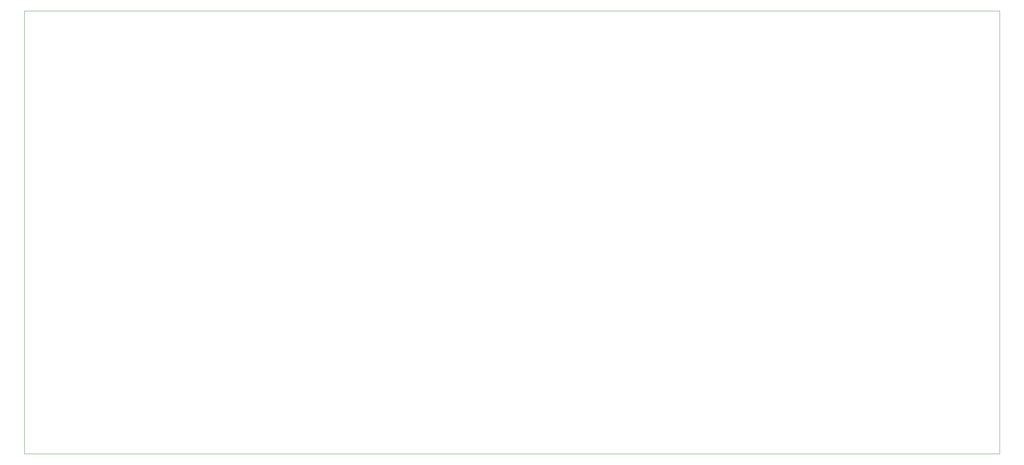
<source format=gbr>
G04 Layer_Color=0*
%FSLAX45Y45*%
%MOMM*%
%TF.FileFunction,Profile,NP*%
%TF.Part,Single*%
G01*
G75*
%TA.AperFunction,Profile*%
%ADD94C,0.02540*%
D94*
X10160000Y15239999D02*
X32156400D01*
Y25239980D01*
X10160000D01*
Y15239999D01*
%TF.MD5,0048aae5b8de395072efe547a4d3586a*%
M02*

</source>
